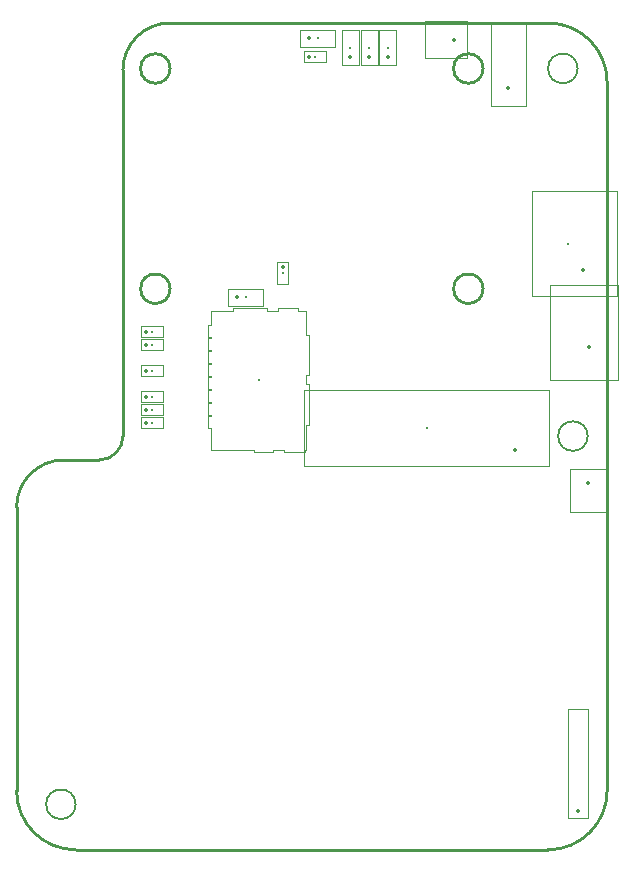
<source format=gbr>
%TF.GenerationSoftware,KiCad,Pcbnew,7.0.11*%
%TF.CreationDate,2024-11-04T12:51:28+05:30*%
%TF.ProjectId,ASD_Visitor Device,4153445f-5669-4736-9974-6f7220446576,rev?*%
%TF.SameCoordinates,Original*%
%TF.FileFunction,Component,L1,Top*%
%TF.FilePolarity,Positive*%
%FSLAX46Y46*%
G04 Gerber Fmt 4.6, Leading zero omitted, Abs format (unit mm)*
G04 Created by KiCad (PCBNEW 7.0.11) date 2024-11-04 12:51:28*
%MOMM*%
%LPD*%
G01*
G04 APERTURE LIST*
%TA.AperFunction,ComponentMain*%
%ADD10C,0.300000*%
%TD*%
%TA.AperFunction,ComponentOutline,Courtyard*%
%ADD11C,0.100000*%
%TD*%
%TA.AperFunction,ComponentPin*%
%ADD12P,0.360000X4X0.000000*%
%TD*%
%TA.AperFunction,ComponentPin*%
%ADD13C,0.100000*%
%TD*%
%TA.AperFunction,ComponentOutline,Footprint*%
%ADD14C,0.100000*%
%TD*%
%TA.AperFunction,Profile*%
%ADD15C,0.250000*%
%TD*%
%TA.AperFunction,Profile*%
%ADD16C,0.200000*%
%TD*%
G04 APERTURE END LIST*
D10*
%TO.C,C35*%
%TO.CFtp,C_0603_1608Metric*%
%TO.CVal,0.1uF*%
%TO.CLbN,Capacitor_SMD*%
%TO.CMnt,SMD*%
%TO.CRot,0*%
X127670000Y-91940000D03*
D11*
X129149999Y-91210001D02*
X129149999Y-92669999D01*
X126190001Y-92669999D01*
X126190001Y-91210001D01*
X129149999Y-91210001D01*
D12*
%TO.P,C35,1*%
X126895000Y-91940000D03*
D13*
%TO.P,C35,2*%
X128445000Y-91940000D03*
%TD*%
D10*
%TO.C,R24*%
%TO.CFtp,R_0402_1005Metric*%
%TO.CVal,10K*%
%TO.CLbN,Resistor_SMD*%
%TO.CMnt,SMD*%
%TO.CRot,0*%
X119720000Y-101439999D03*
D11*
X120649999Y-100970000D02*
X120649999Y-101909998D01*
X118790001Y-101909998D01*
X118790001Y-100970000D01*
X120649999Y-100970000D01*
D12*
%TO.P,R24,1*%
X119210000Y-101439999D03*
D13*
%TO.P,R24,2*%
X120230000Y-101439999D03*
%TD*%
D10*
%TO.C,R17*%
%TO.CFtp,R_0402_1005Metric*%
%TO.CVal,10K*%
%TO.CLbN,Resistor_SMD*%
%TO.CMnt,SMD*%
%TO.CRot,0*%
X133500000Y-71560000D03*
D11*
X134429999Y-71090001D02*
X134429999Y-72029999D01*
X132570001Y-72029999D01*
X132570001Y-71090001D01*
X134429999Y-71090001D01*
D12*
%TO.P,R17,1*%
X132990000Y-71560000D03*
D13*
%TO.P,R17,2*%
X134010000Y-71560000D03*
%TD*%
D10*
%TO.C,R20*%
%TO.CFtp,R_0402_1005Metric*%
%TO.CVal,10K*%
%TO.CLbN,Resistor_SMD*%
%TO.CMnt,SMD*%
%TO.CRot,0*%
X119720000Y-94840000D03*
D11*
X120649999Y-94370001D02*
X120649999Y-95309999D01*
X118790001Y-95309999D01*
X118790001Y-94370001D01*
X120649999Y-94370001D01*
D12*
%TO.P,R20,1*%
X119210000Y-94840000D03*
D13*
%TO.P,R20,2*%
X120230000Y-94840000D03*
%TD*%
D10*
%TO.C,J2*%
%TO.CFtp,jst 1.25 3 pole*%
%TO.CVal,Conn_01x03*%
%TO.CLbN,Dotworld*%
%TO.CMnt,TH*%
%TO.CRot,-90*%
X156740000Y-96170000D03*
D11*
X159159999Y-90900001D02*
X159159999Y-98939999D01*
X153420001Y-98939999D01*
X153420001Y-90900001D01*
X159159999Y-90900001D01*
D12*
%TO.P,J2,1,Pin_1*%
X156740000Y-96170000D03*
D13*
%TO.P,J2,2,Pin_2*%
X156740000Y-94920000D03*
%TO.P,J2,3,Pin_3*%
X156740000Y-93670000D03*
%TD*%
D10*
%TO.C,C28*%
%TO.CFtp,C_0603_1608Metric*%
%TO.CVal,0.1uF*%
%TO.CLbN,Capacitor_SMD*%
%TO.CMnt,SMD*%
%TO.CRot,90*%
X136500000Y-70785000D03*
D11*
X137229999Y-69305001D02*
X137229999Y-72264999D01*
X135770001Y-72264999D01*
X135770001Y-69305001D01*
X137229999Y-69305001D01*
D12*
%TO.P,C28,1*%
X136500000Y-71560000D03*
D13*
%TO.P,C28,2*%
X136500000Y-70010000D03*
%TD*%
D10*
%TO.C,J4*%
%TO.CFtp,PinHeader_1x02_P1.27mm_Vertical*%
%TO.CVal,Conn_01x02*%
%TO.CLbN,Connector_PinHeader_1.27mm*%
%TO.CMnt,TH*%
%TO.CRot,-90*%
X145270000Y-70100000D03*
D11*
X146419999Y-68550001D02*
X146419999Y-71649999D01*
X142820001Y-71649999D01*
X142820001Y-68550001D01*
X146419999Y-68550001D01*
D12*
%TO.P,J4,1,Pin_1*%
X145270000Y-70100000D03*
D13*
%TO.P,J4,2,Pin_2*%
X144000000Y-70100000D03*
%TD*%
D10*
%TO.C,J8*%
%TO.CFtp,JST_PH_B5B-PH-K_1x05_P2.00mm_Vertical*%
%TO.CVal,Conn_01x05*%
%TO.CLbN,Connector_JST*%
%TO.CMnt,TH*%
%TO.CRot,90*%
X155790000Y-135420000D03*
D14*
X154915000Y-136020000D02*
X156665000Y-136020000D01*
X156665000Y-126820000D01*
X154915000Y-126820000D01*
X154915000Y-136020000D01*
D12*
%TO.P,J8,1,Pin_1*%
X155790000Y-135420000D03*
D13*
%TO.P,J8,2,Pin_2*%
X155790000Y-133420000D03*
%TO.P,J8,3,Pin_3*%
X155790000Y-131420000D03*
%TO.P,J8,4,Pin_4*%
X155790000Y-129420000D03*
%TO.P,J8,5,Pin_5*%
X155790000Y-127420000D03*
%TD*%
D10*
%TO.C,J5*%
%TO.CFtp,JST_GH_SM13B-GHS-TB_1x13-1MP_P1.25mm_Horizontal*%
%TO.CVal,Conn_01x13*%
%TO.CLbN,Connector_JST*%
%TO.CMnt,SMD*%
%TO.CRot,180*%
X142970000Y-102980000D03*
D11*
X153319999Y-99780001D02*
X153319999Y-106179999D01*
X132620001Y-106179999D01*
X132620001Y-99780001D01*
X153319999Y-99780001D01*
D12*
%TO.P,J5,1,Pin_1*%
X150470000Y-104830000D03*
D13*
%TO.P,J5,2,Pin_2*%
X149220000Y-104830000D03*
%TO.P,J5,3,Pin_3*%
X147970000Y-104830000D03*
%TO.P,J5,4,Pin_4*%
X146720000Y-104830000D03*
%TO.P,J5,5,Pin_5*%
X145470000Y-104830000D03*
%TO.P,J5,6,Pin_6*%
X144220000Y-104830000D03*
%TO.P,J5,7,Pin_7*%
X142970000Y-104830000D03*
%TO.P,J5,8,Pin_8*%
X141720000Y-104830000D03*
%TO.P,J5,9,Pin_9*%
X140470000Y-104830000D03*
%TO.P,J5,10,Pin_10*%
X139220000Y-104830000D03*
%TO.P,J5,11,Pin_11*%
X137970000Y-104830000D03*
%TO.P,J5,12,Pin_12*%
X136720000Y-104830000D03*
%TO.P,J5,13,Pin_13*%
X135470000Y-104830000D03*
%TO.P,J5,MP*%
X152320000Y-101630000D03*
X133620000Y-101630000D03*
%TD*%
D10*
%TO.C,R35*%
%TO.CFtp,R_0402_1005Metric*%
%TO.CVal,10K*%
%TO.CLbN,Resistor_SMD*%
%TO.CMnt,SMD*%
%TO.CRot,-90*%
X130800000Y-89900000D03*
D11*
X131269999Y-88970001D02*
X131269999Y-90829999D01*
X130330001Y-90829999D01*
X130330001Y-88970001D01*
X131269999Y-88970001D01*
D12*
%TO.P,R35,1*%
X130800000Y-89390000D03*
D13*
%TO.P,R35,2*%
X130800000Y-90410000D03*
%TD*%
D10*
%TO.C,R23*%
%TO.CFtp,R_0402_1005Metric*%
%TO.CVal,10K*%
%TO.CLbN,Resistor_SMD*%
%TO.CMnt,SMD*%
%TO.CRot,0*%
X119720000Y-100339999D03*
D11*
X120649999Y-99870000D02*
X120649999Y-100809998D01*
X118790001Y-100809998D01*
X118790001Y-99870000D01*
X120649999Y-99870000D01*
D12*
%TO.P,R23,1*%
X119210000Y-100339999D03*
D13*
%TO.P,R23,2*%
X120230000Y-100339999D03*
%TD*%
D10*
%TO.C,R22*%
%TO.CFtp,R_0402_1005Metric*%
%TO.CVal,10K*%
%TO.CLbN,Resistor_SMD*%
%TO.CMnt,SMD*%
%TO.CRot,0*%
X119720000Y-98139998D03*
D11*
X120649999Y-97669999D02*
X120649999Y-98609997D01*
X118790001Y-98609997D01*
X118790001Y-97669999D01*
X120649999Y-97669999D01*
D12*
%TO.P,R22,1*%
X119210000Y-98139998D03*
D13*
%TO.P,R22,2*%
X120230000Y-98139998D03*
%TD*%
D10*
%TO.C,C29*%
%TO.CFtp,C_0603_1608Metric*%
%TO.CVal,0.1uF*%
%TO.CLbN,Capacitor_SMD*%
%TO.CMnt,SMD*%
%TO.CRot,90*%
X138100000Y-70785000D03*
D11*
X138829999Y-69305001D02*
X138829999Y-72264999D01*
X137370001Y-72264999D01*
X137370001Y-69305001D01*
X138829999Y-69305001D01*
D12*
%TO.P,C29,1*%
X138100000Y-71560000D03*
D13*
%TO.P,C29,2*%
X138100000Y-70010000D03*
%TD*%
D10*
%TO.C,C30*%
%TO.CFtp,C_0603_1608Metric*%
%TO.CVal,0.1uF*%
%TO.CLbN,Capacitor_SMD*%
%TO.CMnt,SMD*%
%TO.CRot,90*%
X139670000Y-70785000D03*
D11*
X140399999Y-69305001D02*
X140399999Y-72264999D01*
X138940001Y-72264999D01*
X138940001Y-69305001D01*
X140399999Y-69305001D01*
D12*
%TO.P,C30,1*%
X139670000Y-71560000D03*
D13*
%TO.P,C30,2*%
X139670000Y-70010000D03*
%TD*%
D10*
%TO.C,J6*%
%TO.CFtp,PinHeader_1x03_P2.00mm_Vertical*%
%TO.CVal,Conn_01x03_Pin*%
%TO.CLbN,Connector_PinHeader_2.00mm*%
%TO.CMnt,TH*%
%TO.CRot,180*%
X149900000Y-74200000D03*
D11*
X151399999Y-68700001D02*
X151399999Y-75699999D01*
X148400001Y-75699999D01*
X148400001Y-68700001D01*
X151399999Y-68700001D01*
D12*
%TO.P,J6,1,Pin_1*%
X149900000Y-74200000D03*
D13*
%TO.P,J6,2,Pin_2*%
X149900000Y-72200000D03*
%TO.P,J6,3,Pin_3*%
X149900000Y-70200000D03*
%TD*%
D10*
%TO.C,R25*%
%TO.CFtp,R_0402_1005Metric*%
%TO.CVal,10K*%
%TO.CLbN,Resistor_SMD*%
%TO.CMnt,SMD*%
%TO.CRot,0*%
X119720000Y-102540000D03*
D11*
X120649999Y-102070001D02*
X120649999Y-103009999D01*
X118790001Y-103009999D01*
X118790001Y-102070001D01*
X120649999Y-102070001D01*
D12*
%TO.P,R25,1*%
X119210000Y-102540000D03*
D13*
%TO.P,R25,2*%
X120230000Y-102540000D03*
%TD*%
D10*
%TO.C,J10*%
%TO.CFtp,PinHeader_1x02_P1.27mm_Vertical*%
%TO.CVal,Conn_01x02*%
%TO.CLbN,Connector_PinHeader_1.27mm*%
%TO.CMnt,TH*%
%TO.CRot,0*%
X156620000Y-107630000D03*
D11*
X158169999Y-106480001D02*
X158169999Y-110079999D01*
X155070001Y-110079999D01*
X155070001Y-106480001D01*
X158169999Y-106480001D01*
D12*
%TO.P,J10,1,Pin_1*%
X156620000Y-107630000D03*
D13*
%TO.P,J10,2,Pin_2*%
X156620000Y-108900000D03*
%TD*%
D10*
%TO.C,J9*%
%TO.CFtp,105162-0001_MOL*%
%TO.CVal,1051620001*%
%TO.CLbN,Dotworld*%
%TO.CMnt,SMD*%
%TO.CRot,-90*%
X128740000Y-98960000D03*
D11*
X129475098Y-92860300D02*
X129475098Y-93054500D01*
X129475099Y-93054501D01*
X130361399Y-93054501D01*
X130361400Y-93054500D01*
X130361400Y-92860336D01*
X132063198Y-92860336D01*
X132063198Y-93054500D01*
X132063199Y-93054501D01*
X132791299Y-93054501D01*
X132791299Y-95100500D01*
X132791300Y-95100501D01*
X132990699Y-95100501D01*
X132990699Y-98529499D01*
X132791300Y-98529499D01*
X132791299Y-98529500D01*
X132791299Y-99290500D01*
X132791300Y-99290501D01*
X132990699Y-99290501D01*
X132990699Y-102719499D01*
X132791300Y-102719499D01*
X132791299Y-102719500D01*
X132791299Y-104865499D01*
X132633200Y-104865499D01*
X132633199Y-104865500D01*
X132633199Y-105059700D01*
X130931401Y-105059700D01*
X130931401Y-104865500D01*
X130931400Y-104865499D01*
X129972400Y-104865499D01*
X129972399Y-104865500D01*
X129972399Y-105059700D01*
X128372201Y-105059700D01*
X128372201Y-104865500D01*
X128372200Y-104865499D01*
X124688701Y-104865499D01*
X124688701Y-103018001D01*
X124688700Y-103018000D01*
X124473002Y-103018000D01*
X124473002Y-102002002D01*
X124688700Y-102002002D01*
X124688701Y-102002001D01*
X124688701Y-101918000D01*
X124688700Y-101917999D01*
X124473002Y-101917999D01*
X124473002Y-100902001D01*
X124688700Y-100902001D01*
X124688701Y-100902000D01*
X124688701Y-100818000D01*
X124688700Y-100817999D01*
X124473002Y-100817999D01*
X124473002Y-99802001D01*
X124688700Y-99802001D01*
X124688701Y-99802000D01*
X124688701Y-99718000D01*
X124688700Y-99717999D01*
X124473002Y-99717999D01*
X124473002Y-98702000D01*
X124688700Y-98702000D01*
X124688701Y-98701999D01*
X124688701Y-98617999D01*
X124688700Y-98617998D01*
X124473002Y-98617998D01*
X124473002Y-97602000D01*
X124688700Y-97602000D01*
X124688701Y-97601999D01*
X124688701Y-97517999D01*
X124688700Y-97517998D01*
X124473002Y-97517998D01*
X124473002Y-96502000D01*
X124688700Y-96502000D01*
X124688701Y-96501999D01*
X124688701Y-96417998D01*
X124688700Y-96417997D01*
X124473002Y-96417997D01*
X124473002Y-95401999D01*
X124688700Y-95401999D01*
X124688701Y-95401998D01*
X124688701Y-95318001D01*
X124688700Y-95318000D01*
X124473002Y-95318000D01*
X124473002Y-94302002D01*
X124688700Y-94302002D01*
X124688701Y-94302001D01*
X124688701Y-93054501D01*
X126579499Y-93054501D01*
X126579500Y-93054500D01*
X126579500Y-92860300D01*
X129475098Y-92860300D01*
D13*
%TO.P,J9,14*%
X132457300Y-96815000D03*
%TO.P,J9,15*%
X132457300Y-101005000D03*
%TO.P,J9,G1,GND*%
X129172300Y-104285001D03*
%TO.P,J9,G2,GND*%
X131782300Y-104285001D03*
%TO.P,J9,G3,GND*%
X131212299Y-93635035D03*
%TO.P,J9,G4,GND*%
X128027299Y-93634999D03*
%TO.P,J9,P1,DAT2*%
X125222301Y-102510001D03*
%TO.P,J9,P2,CD/DAT3*%
X125222301Y-101410000D03*
%TO.P,J9,P3,CMD*%
X125222301Y-100310000D03*
%TO.P,J9,P4,VDD*%
X125222301Y-99210000D03*
%TO.P,J9,P5,CLK*%
X125222301Y-98109999D03*
%TO.P,J9,P6,VSS*%
X125222301Y-97009999D03*
%TO.P,J9,P7,DAT0*%
X125222301Y-95909998D03*
%TO.P,J9,P8,DAT1*%
X125222301Y-94810001D03*
%TO.P,J9,P9,DET*%
X127902300Y-104270000D03*
%TD*%
D10*
%TO.C,R21*%
%TO.CFtp,R_0402_1005Metric*%
%TO.CVal,10K*%
%TO.CLbN,Resistor_SMD*%
%TO.CMnt,SMD*%
%TO.CRot,0*%
X119720000Y-95939997D03*
D11*
X120649999Y-95469998D02*
X120649999Y-96409996D01*
X118790001Y-96409996D01*
X118790001Y-95469998D01*
X120649999Y-95469998D01*
D12*
%TO.P,R21,1*%
X119210000Y-95939997D03*
D13*
%TO.P,R21,2*%
X120230000Y-95939997D03*
%TD*%
D10*
%TO.C,SW1*%
%TO.CFtp,4312560587X6*%
%TO.CVal,SW_SPST*%
%TO.CLbN,Dotworld*%
%TO.CMnt,TH*%
%TO.CRot,90*%
X154955000Y-87400000D03*
D11*
X159054999Y-82950001D02*
X159054999Y-91849999D01*
X151905001Y-91849999D01*
X151905001Y-82950001D01*
X159054999Y-82950001D01*
D12*
%TO.P,SW1,1,A*%
X156205000Y-89650000D03*
D13*
%TO.P,SW1,2,B*%
X156205000Y-85150000D03*
%TO.P,SW1,3*%
X153705000Y-90900000D03*
%TO.P,SW1,4*%
X153705000Y-83900000D03*
%TD*%
D10*
%TO.C,C27*%
%TO.CFtp,C_0603_1608Metric*%
%TO.CVal,0.1uF*%
%TO.CLbN,Capacitor_SMD*%
%TO.CMnt,SMD*%
%TO.CRot,0*%
X133765000Y-70010000D03*
D11*
X135244999Y-69280001D02*
X135244999Y-70739999D01*
X132285001Y-70739999D01*
X132285001Y-69280001D01*
X135244999Y-69280001D01*
D12*
%TO.P,C27,1*%
X132990000Y-70010000D03*
D13*
%TO.P,C27,2*%
X134540000Y-70010000D03*
%TD*%
D15*
X121250000Y-72550000D02*
G75*
G03*
X118750000Y-72550000I-1250000J0D01*
G01*
X118750000Y-72550000D02*
G75*
G03*
X121250000Y-72550000I1250000J0D01*
G01*
X112250000Y-105700000D02*
X115250000Y-105700000D01*
D16*
X113250000Y-134850000D02*
G75*
G03*
X110750000Y-134850000I-1250000J0D01*
G01*
X110750000Y-134850000D02*
G75*
G03*
X113250000Y-134850000I1250000J0D01*
G01*
D15*
X112250000Y-105700000D02*
G75*
G03*
X108250000Y-109700000I0J-4000000D01*
G01*
D16*
X156600000Y-103680000D02*
G75*
G03*
X154100000Y-103680000I-1250000J0D01*
G01*
X154100000Y-103680000D02*
G75*
G03*
X156600000Y-103680000I1250000J0D01*
G01*
D15*
X117250000Y-103700000D02*
X117250000Y-72700000D01*
X121250000Y-68700000D02*
G75*
G03*
X117250000Y-72700000I0J-4000000D01*
G01*
X158250000Y-73700000D02*
X158250000Y-133700000D01*
X121250000Y-91200000D02*
G75*
G03*
X118750000Y-91200000I-1250000J0D01*
G01*
X118750000Y-91200000D02*
G75*
G03*
X121250000Y-91200000I1250000J0D01*
G01*
X147750000Y-72550000D02*
G75*
G03*
X145250000Y-72550000I-1250000J0D01*
G01*
X145250000Y-72550000D02*
G75*
G03*
X147750000Y-72550000I1250000J0D01*
G01*
X108250000Y-133700000D02*
G75*
G03*
X113250000Y-138700000I5000000J0D01*
G01*
X113250000Y-138700000D02*
X153250000Y-138700000D01*
X153250000Y-138700000D02*
G75*
G03*
X158250000Y-133700000I0J5000000D01*
G01*
D16*
X155750000Y-72550000D02*
G75*
G03*
X153250000Y-72550000I-1250000J0D01*
G01*
X153250000Y-72550000D02*
G75*
G03*
X155750000Y-72550000I1250000J0D01*
G01*
D15*
X115250000Y-105700000D02*
G75*
G03*
X117250000Y-103700000I0J2000000D01*
G01*
X147750000Y-91200000D02*
G75*
G03*
X145250000Y-91200000I-1250000J0D01*
G01*
X145250000Y-91200000D02*
G75*
G03*
X147750000Y-91200000I1250000J0D01*
G01*
X121250000Y-68700000D02*
X153250000Y-68700000D01*
X108250000Y-133700000D02*
X108250000Y-109700000D01*
X158250000Y-73700000D02*
G75*
G03*
X153250000Y-68700000I-5000000J0D01*
G01*
M02*

</source>
